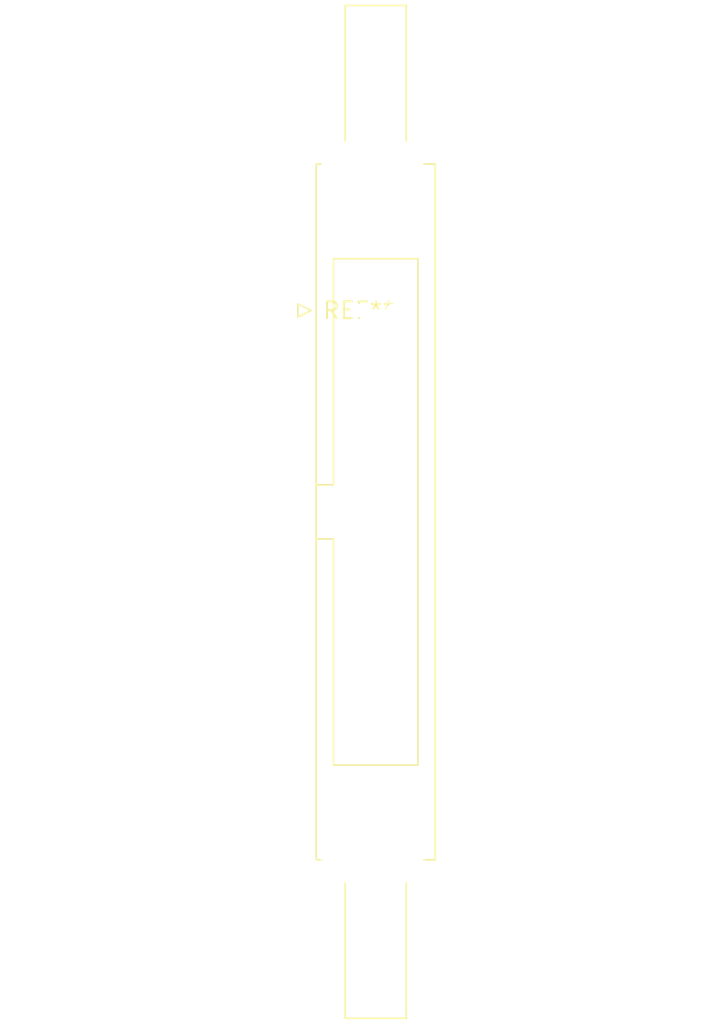
<source format=kicad_pcb>
(kicad_pcb (version 20240108) (generator pcbnew)
  (layers (0 "F.Cu" signal) (31 "B.Cu" signal) (34 "B.Paste" user) (35 "F.Paste" user) (36 "B.SilkS" user "B.Silkscreen") (37 "F.SilkS" user "F.Silkscreen") (38 "B.Mask" user) (39 "F.Mask" user) (44 "Edge.Cuts" user))
  (net 0 "")
  (footprint "IDC-Header_2x13-1MP_P2.54mm_Latch12.0mm_Vertical" (layer "F.Cu") (at 0 0)
    (property "Reference" "REF**")
    (property "Value" "IDC-Header_2x13-1MP_P2.54mm_Latch12.0mm_Vertical")
    (fp_line (start -4.63 -0.5) (end -4.63 0.5) (layer "F.SilkS") (stroke (width 0.12)))
    (fp_line (start -4.63 0.5) (end -3.63 0) (layer "F.SilkS") (stroke (width 0.12)))
    (fp_line (start -3.63 0) (end -4.63 -0.5) (layer "F.SilkS") (stroke (width 0.12)))
    (fp_line (start -3.24 -11.08) (end -3.24 41.56) (layer "F.SilkS") (stroke (width 0.12)))
    (fp_line (start -3.24 13.19) (end -1.93 13.19) (layer "F.SilkS") (stroke (width 0.12)))
    (fp_line (start -3.24 41.56) (end -2.87 41.56) (layer "F.SilkS") (stroke (width 0.12)))
    (fp_line (start -2.87 -11.08) (end -3.24 -11.08) (layer "F.SilkS") (stroke (width 0.12)))
    (fp_line (start -1.93 -3.92) (end 4.47 -3.92) (layer "F.SilkS") (stroke (width 0.12)))
    (fp_line (start -1.93 13.19) (end -1.93 -3.92) (layer "F.SilkS") (stroke (width 0.12)))
    (fp_line (start -1.93 17.29) (end -3.24 17.29) (layer "F.SilkS") (stroke (width 0.12)))
    (fp_line (start -1.93 17.29) (end -1.93 17.29) (layer "F.SilkS") (stroke (width 0.12)))
    (fp_line (start -1.93 34.4) (end -1.93 17.29) (layer "F.SilkS") (stroke (width 0.12)))
    (fp_line (start -1.04 -23.08) (end 3.58 -23.08) (layer "F.SilkS") (stroke (width 0.12)))
    (fp_line (start -1.04 -12.83) (end -1.04 -23.08) (layer "F.SilkS") (stroke (width 0.12)))
    (fp_line (start -1.04 43.31) (end -1.04 53.56) (layer "F.SilkS") (stroke (width 0.12)))
    (fp_line (start -1.04 53.56) (end 3.58 53.56) (layer "F.SilkS") (stroke (width 0.12)))
    (fp_line (start 3.58 -23.08) (end 3.58 -12.83) (layer "F.SilkS") (stroke (width 0.12)))
    (fp_line (start 3.58 53.56) (end 3.58 43.31) (layer "F.SilkS") (stroke (width 0.12)))
    (fp_line (start 4.47 -3.92) (end 4.47 34.4) (layer "F.SilkS") (stroke (width 0.12)))
    (fp_line (start 4.47 34.4) (end -1.93 34.4) (layer "F.SilkS") (stroke (width 0.12)))
    (fp_line (start 4.91 -11.08) (end 5.78 -11.08) (layer "F.SilkS") (stroke (width 0.12)))
    (fp_line (start 5.78 -11.08) (end 5.78 41.56) (layer "F.SilkS") (stroke (width 0.12)))
    (fp_line (start 5.78 41.56) (end 4.91 41.56) (layer "F.SilkS") (stroke (width 0.12)))
    (pad "1" thru_hole roundrect (at 0 0) (size 1.7 1.7) (drill 1) (layers *.Cu *.Mask) (remove_unused_layers) (roundrect_rratio 0.147059))
    (pad "2" thru_hole circle (at 2.54 0) (size 1.7 1.7) (drill 1) (layers *.Cu *.Mask) (remove_unused_layers))
    (pad "3" thru_hole circle (at 0 2.54) (size 1.7 1.7) (drill 1) (layers *.Cu *.Mask) (remove_unused_layers))
    (pad "4" thru_hole circle (at 2.54 2.54) (size 1.7 1.7) (drill 1) (layers *.Cu *.Mask) (remove_unused_layers))
    (pad "5" thru_hole circle (at 0 5.08) (size 1.7 1.7) (drill 1) (layers *.Cu *.Mask) (remove_unused_layers))
    (pad "6" thru_hole circle (at 2.54 5.08) (size 1.7 1.7) (drill 1) (layers *.Cu *.Mask) (remove_unused_layers))
    (pad "7" thru_hole circle (at 0 7.62) (size 1.7 1.7) (drill 1) (layers *.Cu *.Mask) (remove_unused_layers))
    (pad "8" thru_hole circle (at 2.54 7.62) (size 1.7 1.7) (drill 1) (layers *.Cu *.Mask) (remove_unused_layers))
    (pad "9" thru_hole circle (at 0 10.16) (size 1.7 1.7) (drill 1) (layers *.Cu *.Mask) (remove_unused_layers))
    (pad "10" thru_hole circle (at 2.54 10.16) (size 1.7 1.7) (drill 1) (layers *.Cu *.Mask) (remove_unused_layers))
    (pad "11" thru_hole circle (at 0 12.7) (size 1.7 1.7) (drill 1) (layers *.Cu *.Mask) (remove_unused_layers))
    (pad "12" thru_hole circle (at 2.54 12.7) (size 1.7 1.7) (drill 1) (layers *.Cu *.Mask) (remove_unused_layers))
    (pad "13" thru_hole circle (at 0 15.24) (size 1.7 1.7) (drill 1) (layers *.Cu *.Mask) (remove_unused_layers))
    (pad "14" thru_hole circle (at 2.54 15.24) (size 1.7 1.7) (drill 1) (layers *.Cu *.Mask) (remove_unused_layers))
    (pad "15" thru_hole circle (at 0 17.78) (size 1.7 1.7) (drill 1) (layers *.Cu *.Mask) (remove_unused_layers))
    (pad "16" thru_hole circle (at 2.54 17.78) (size 1.7 1.7) (drill 1) (layers *.Cu *.Mask) (remove_unused_layers))
    (pad "17" thru_hole circle (at 0 20.32) (size 1.7 1.7) (drill 1) (layers *.Cu *.Mask) (remove_unused_layers))
    (pad "18" thru_hole circle (at 2.54 20.32) (size 1.7 1.7) (drill 1) (layers *.Cu *.Mask) (remove_unused_layers))
    (pad "19" thru_hole circle (at 0 22.86) (size 1.7 1.7) (drill 1) (layers *.Cu *.Mask) (remove_unused_layers))
    (pad "20" thru_hole circle (at 2.54 22.86) (size 1.7 1.7) (drill 1) (layers *.Cu *.Mask) (remove_unused_layers))
    (pad "21" thru_hole circle (at 0 25.4) (size 1.7 1.7) (drill 1) (layers *.Cu *.Mask) (remove_unused_layers))
    (pad "22" thru_hole circle (at 2.54 25.4) (size 1.7 1.7) (drill 1) (layers *.Cu *.Mask) (remove_unused_layers))
    (pad "23" thru_hole circle (at 0 27.94) (size 1.7 1.7) (drill 1) (layers *.Cu *.Mask) (remove_unused_layers))
    (pad "24" thru_hole circle (at 2.54 27.94) (size 1.7 1.7) (drill 1) (layers *.Cu *.Mask) (remove_unused_layers))
    (pad "25" thru_hole circle (at 0 30.48) (size 1.7 1.7) (drill 1) (layers *.Cu *.Mask) (remove_unused_layers))
    (pad "26" thru_hole circle (at 2.54 30.48) (size 1.7 1.7) (drill 1) (layers *.Cu *.Mask) (remove_unused_layers))
    (pad "MP" thru_hole circle (at 1.02 -8.94) (size 8 8) (drill 2.69) (layers *.Cu *.Mask) (remove_unused_layers))
    (pad "MP" thru_hole circle (at 1.02 39.42) (size 8 8) (drill 2.69) (layers *.Cu *.Mask) (remove_unused_layers))
  )
)
</source>
